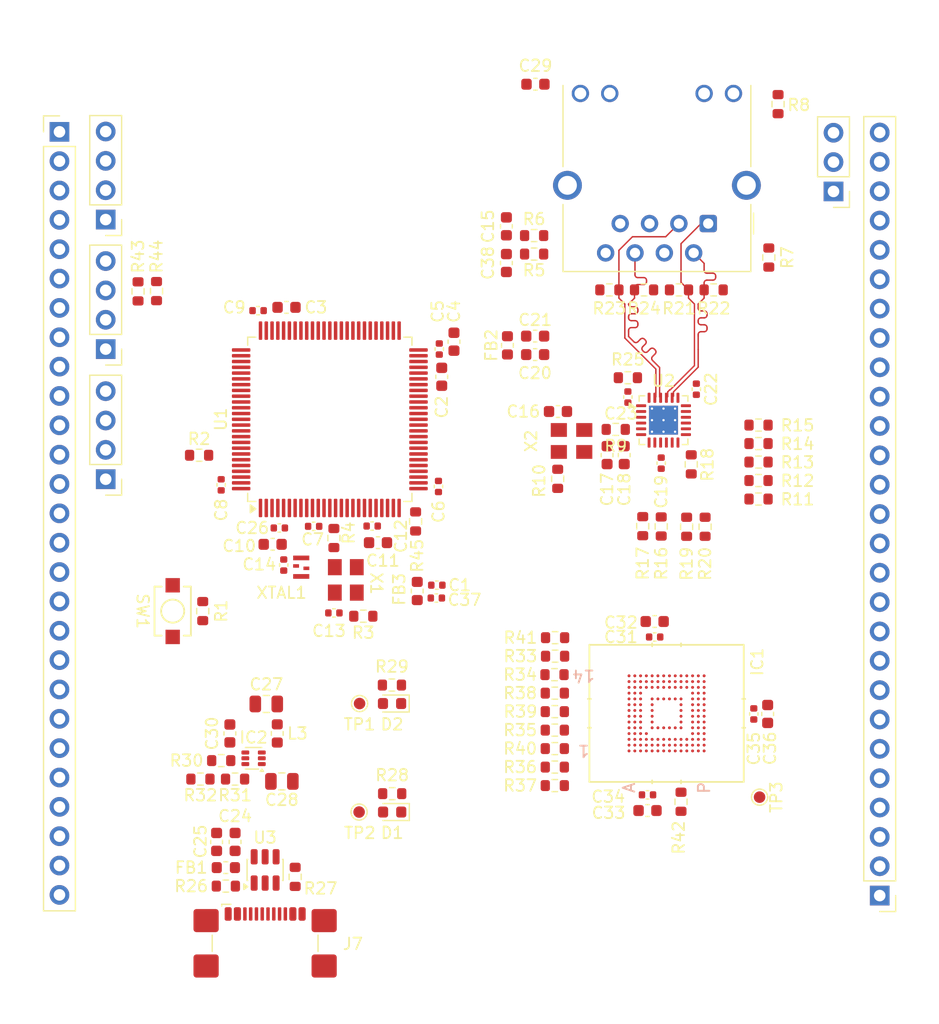
<source format=kicad_pcb>
(kicad_pcb (version 20241229) (generator "pcbnew") (generator_version "9.0")
  (layers (0 "F.Cu" signal) (4 "In1.Cu" signal) (6 "In2.Cu" signal) (2 "B.Cu" signal) (13 "F.Paste" user) (15 "B.Paste" user) (5 "F.SilkS" user "F.Silkscreen") (7 "B.SilkS" user "B.Silkscreen") (1 "F.Mask" user) (3 "B.Mask" user) (25 "Edge.Cuts" user))
  (net 0 "")
  (net 1 "+3V3")
  (net 2 "GND")
  (net 3 "/MCU/VCAP1")
  (net 4 "/MCU/VCAP2")
  (net 5 "Net-(C15-Pad1)")
  (net 6 "VBUS")
  (net 7 "/POWER & USB/VBUS_FILTERED")
  (net 8 "Net-(IC1-VCC_1)")
  (net 9 "Net-(IC1-VDDIM)")
  (net 10 "Net-(IC1-VCCQ_1)")
  (net 11 "Net-(D1-K)")
  (net 12 "Net-(D2-K)")
  (net 25 "/EMMC/MMC_D7")
  (net 27 "/EMMC/CLK")
  (net 70 "/EMMC/MMC_D0")
  (net 83 "/EMMC/MMC_CMD")
  (net 86 "/EMMC/MMC_D4")
  (net 88 "Net-(IC1-DS)")
  (net 106 "/EMMC/MMC_D3")
  (net 108 "/EMMC/MMC_D5")
  (net 130 "/EMMC/MMC_D2")
  (net 135 "/EMMC/MMC_D1")
  (net 140 "/EMMC/MMC_D6")
  (net 145 "/I2C_SDA")
  (net 146 "/I2C_SDL")
  (net 147 "/USART_RX")
  (net 148 "/USART_TX")
  (net 149 "/SPI_MISO")
  (net 150 "/SPI_MOSI")
  (net 151 "/SPI_SCK")
  (net 152 "/SWDIO")
  (net 153 "/SWCLK")
  (net 156 "/POWER & USB/D+")
  (net 157 "/POWER & USB/USB_CC2")
  (net 158 "/POWER & USB/USB_CC1")
  (net 163 "/POWER & USB/D-")
  (net 164 "/ETH/TX-")
  (net 165 "/ETH/RX-")
  (net 166 "/ETH/RX+")
  (net 167 "/ETH/TX+")
  (net 168 "/ETH/RMII_RXD0")
  (net 169 "/ETH/RMII_RXD1")
  (net 170 "/ETH/RMII_CRS_DV")
  (net 171 "/ETH/ETH_REFCLK")
  (net 172 "/ETH/RMII_MDIO")
  (net 173 "/ETH/NRST")
  (net 174 "Net-(X2-OUT)")
  (net 175 "/ETH/XTAL1")
  (net 176 "/MCU/HSE_OSC_IN")
  (net 177 "/MCU/USB_D-")
  (net 178 "/ETH/RMII_TXD0")
  (net 179 "/ETH/RMII_TXD1")
  (net 180 "/ETH/RMII_MDC")
  (net 181 "/MCU/USB_D+")
  (net 182 "/ETH/RMII_TX_EN")
  (net 183 "/MCU/LSE_OSC_IN")
  (net 186 "Net-(J8-MDI1-)")
  (net 187 "Net-(J8-MDI3+)")
  (net 188 "/MCU/VDDA")
  (net 189 "/MCU/VREF+")
  (net 190 "+3.3VA")
  (net 191 "/ETH/OE")
  (net 192 "/ETH/LED2_IN")
  (net 193 "/ETH/LED1_IN")
  (net 194 "/ETH/LED1_OUT")
  (net 195 "/ETH/LED2_OUT")
  (net 196 "/MCU/HSE_OE")
  (net 197 "Net-(U1-PH0)")
  (net 198 "/POWER & USB/BST")
  (net 199 "/POWER & USB/SW")
  (net 200 "/POWER & USB/FB")
  (net 201 "/POWER & USB/EN")
  (net 202 "Net-(C38-Pad1)")
  (net 203 "/ETH/RBIAS")
  (net 204 "/ETH/RXD0_IN")
  (net 205 "/ETH/RXD1_IN")
  (net 206 "/ETH/CRS_DV_IN")
  (net 207 "/ETH/REFCLK_IN")
  (net 208 "/ETH/RXER_IN")
  (net 209 "/MCU/BOOT")
  (net 210 "/MCU/PA10")
  (net 211 "/MCU/PE15")
  (net 212 "/MCU/PD10")
  (net 213 "/MCU/PD12")
  (net 214 "/MCU/PD6")
  (net 215 "/MCU/PB10")
  (net 216 "/MCU/PD3")
  (net 217 "/MCU/PB5")
  (net 218 "/MCU/PA15")
  (net 219 "/MCU/PD5")
  (net 220 "/MCU/PE0")
  (net 221 "/MCU/PD9")
  (net 222 "/MCU/PD0")
  (net 223 "/MCU/PD1")
  (net 224 "/MCU/PE14")
  (net 225 "/MCU/PD11")
  (net 226 "/MCU/PD14")
  (net 227 "/MCU/PA9")
  (net 228 "/MCU/PD4")
  (net 229 "/MCU/PD8")
  (net 230 "/MCU/PE13")
  (net 231 "/MCU/PE1")
  (net 232 "/MCU/PA8")
  (net 233 "/MCU/PD13")
  (net 234 "/MCU/PD15")
  (net 235 "/MCU/PE10")
  (net 236 "/MCU/PE4")
  (net 237 "/MCU/PC3")
  (net 238 "/MCU/PA5")
  (net 239 "/MCU/PH1")
  (net 240 "/MCU/PC2")
  (net 241 "/MCU/PE3")
  (net 242 "/MCU/PA0")
  (net 243 "/MCU/PE8")
  (net 244 "/MCU/PE2")
  (net 245 "/MCU/PE6")
  (net 246 "/MCU/PB1")
  (net 247 "/MCU/PB2")
  (net 248 "/MCU/PC0")
  (net 249 "/MCU/PC15")
  (net 250 "/MCU/PC13")
  (net 251 "/MCU/PE9")
  (net 252 "/MCU/PA4")
  (net 253 "/MCU/PE7")
  (net 254 "/MCU/PB0")
  (net 255 "/MCU/PE11")
  (net 256 "/MCU/PE12")
  (net 257 "/MCU/PE5")
  (net 258 "/MCU/PA3")
  (net 259 "/MCU/PA6")
  (net 260 "Net-(U2-VDDCR)")
  (footprint "Capacitor_SMD:C_0402_1005Metric" (layer "F.Cu") (at 85.412334 97.214368 -90)
    (property "Reference" "C14")
    (property "Value" "100n")
  )
  (footprint "Resistor_SMD:R_0603_1608Metric" (layer "F.Cu") (at 119.625 73.4)
    (property "Reference" "R21")
    (property "Value" "49.9")
  )
  (footprint "Inductor_SMD:L_0603_1608Metric" (layer "F.Cu") (at 96.966043 99.458926 -90)
    (property "Reference" "FB3")
    (property "Value" "120R@100MHz")
  )
  (footprint "Capacitor_SMD:C_0402_1005Metric" (layer "F.Cu") (at 98.875231 78.518882 -90)
    (property "Reference" "C5")
    (property "Value" "100n")
  )
  (footprint "Inductor_SMD:L_0603_1608Metric" (layer "F.Cu") (at 80.4 123.4)
    (property "Reference" "FB1")
    (property "Value" "200R@100MHz")
  )
  (footprint "Resistor_SMD:R_0603_1608Metric" (layer "F.Cu") (at 108.874999 111.500001)
    (property "Reference" "R35")
    (property "Value" "50k")
  )
  (footprint "Resistor_SMD:R_0603_1608Metric" (layer "F.Cu") (at 108.874999 116.3)
    (property "Reference" "R37")
    (property "Value" "50k")
  )
  (footprint "Inductor_SMD:L_0603_1608Metric" (layer "F.Cu") (at 84.85 111.7875 -90)
    (property "Reference" "L3")
    (property "Value" "1.2u")
  )
  (footprint "Connector_PinHeader_2.54mm:PinHeader_1x27_P2.54mm_Vertical" (layer "F.Cu") (at 66 59.720001)
    (property "Reference" "J6")
    (property "Value" "Conn_01x27")
  )
  (footprint "Resistor_SMD:R_0603_1608Metric" (layer "F.Cu") (at 86.400001 124.2 -90)
    (property "Reference" "R27")
    (property "Value" "5.1k")
  )
  (footprint "Connector_RJ:RJ45_Hanrun_HR911105A_Horizontal" (layer "F.Cu") (at 122.155 67.659999 180)
    (property "Reference" "J8")
    (property "Value" "RJ45_Hanrun_HR911105A_Horizontal")
  )
  (footprint "Resistor_SMD:R_0603_1608Metric" (layer "F.Cu") (at 114.15 85.475 180)
    (property "Reference" "R9")
    (property "Value" "33")
  )
  (footprint "Connector_PinHeader_2.54mm:PinHeader_1x03_P2.54mm_Vertical" (layer "F.Cu") (at 133 64.879999 180)
    (property "Reference" "J2")
    (property "Value" "Conn_01x03")
  )
  (footprint "Resistor_SMD:R_0603_1608Metric" (layer "F.Cu") (at 107.085001 68.7)
    (property "Reference" "R6")
    (property "Value" "75")
  )
  (footprint "Connector_PinHeader_2.54mm:PinHeader_1x04_P2.54mm_Vertical" (layer "F.Cu") (at 70 67.314404 180)
    (property "Reference" "J4")
    (property "Value" "Conn_01x04")
  )
  (footprint "Resistor_SMD:R_0603_1608Metric" (layer "F.Cu") (at 108.899999 105.100002)
    (property "Reference" "R33")
    (property "Value" "50k")
  )
  (footprint "Capacitor_SMD:C_0603_1608Metric" (layer "F.Cu") (at 80.75 111.7875 -90)
    (property "Reference" "C30")
    (property "Value" "100n")
  )
  (footprint "Capacitor_SMD:C_0402_1005Metric" (layer "F.Cu") (at 126.100001 110.099999 -90)
    (property "Reference" "C35")
    (property "Value" "100n")
  )
  (footprint "Capacitor_SMD:C_0603_1608Metric" (layer "F.Cu") (at 107.175 79 180)
    (property "Reference" "C20")
    (property "Value" "10u")
  )
  (footprint "Capacitor_SMD:C_0402_1005Metric" (layer "F.Cu") (at 89.753553 101.358431)
    (property "Reference" "C13")
    (property "Value" "100n")
  )
  (footprint "LRILibrary_Footprints:XTAL4_SiT1533_SIT" (layer "F.Cu") (at 86.925126 97.398633 90)
    (property "Reference" "XTAL1")
    (property "Value" "SIT1533AI-H4-DCC-32.768E")
  )
  (footprint "Capacitor_SMD:C_0603_1608Metric" (layer "F.Cu") (at 107.175 77.4 180)
    (property "Reference" "C21")
    (property "Value" "10u")
  )
  (footprint "Capacitor_SMD:C_0603_1608Metric" (layer "F.Cu") (at 85.652334 74.912637)
    (property "Reference" "C3")
    (property "Value" "2.2u")
  )
  (footprint "Resistor_SMD:R_0603_1608Metric" (layer "F.Cu") (at 115.2 81 180)
    (property "Reference" "R25")
    (property "Value" "12k1")
  )
  (footprint "Capacitor_SMD:C_0603_1608Metric" (layer "F.Cu") (at 109.15 83.925)
    (property "Reference" "C16")
    (property "Value" "100n")
  )
  (footprint "Connector_PinHeader_2.54mm:PinHeader_1x04_P2.54mm_Vertical" (layer "F.Cu") (at 70 89.784403 180)
    (property "Reference" "J3")
    (property "Value" "Conn_01x04")
  )
  (footprint "Resistor_SMD:R_0603_1608Metric" (layer "F.Cu") (at 107.085001 70.3)
    (property "Reference" "R5")
    (property "Value" "75")
  )
  (footprint "Resistor_SMD:R_0603_1608Metric" (layer "F.Cu") (at 94.8 117 180)
    (property "Reference" "R28")
    (property "Value" "634")
  )
  (footprint "Capacitor_SMD:C_0603_1608Metric" (layer "F.Cu") (at 99.087363 80.920228 -90)
    (property "Reference" "C2")
    (property "Value" "2.2u")
  )
  (footprint "LED_SMD:LED_0603_1608Metric" (layer "F.Cu") (at 94.797498 118.590001 180)
    (property "Reference" "D1")
    (property "Value" "Red 5mA")
  )
  (footprint "Capacitor_SMD:C_0603_1608Metric" (layer "F.Cu") (at 127.3 110.1 -90)
    (property "Reference" "C36")
    (property "Value" "2.2u")
  )
  (footprint "Capacitor_SMD:C_0402_1005Metric" (layer "F.Cu") (at 98.80452 90.413251 -90)
    (property "Reference" "C6")
    (property "Value" "100n")
  )
  (footprint "Capacitor_SMD:C_0402_1005Metric" (layer "F.Cu") (at 83.192435 75.19548)
    (property "Reference" "C9")
    (property "Value" "100n")
  )
  (footprint "Resistor_SMD:R_0603_1608Metric" (layer "F.Cu") (at 108.899999 103.500001)
    (property "Reference" "R41")
    (property "Value" "10k")
  )
  (footprint "Resistor_SMD:R_0603_1608Metric" (layer "F.Cu") (at 78.086292 87.71127)
    (property "Reference" "R2")
    (property "Value" "10k")
  )
  (footprint "Resistor_SMD:R_0603_1608Metric" (layer "F.Cu") (at 80 114.1375)
    (property "Reference" "R30")
    (property "Value" "100k")
  )
  (footprint "LRILibrary_Footprints:VFBGA153_11p5X13p0X1p0_CN_MRN" (layer "F.Cu") (at 118.55 110.05 90)
    (property "Reference" "IC1")
    (property "Value" "MTFC8GAKAJCN-1M_WT")
  )
  (footprint "Capacitor_SMD:C_0402_1005Metric" (layer "F.Cu") (at 93.06688 93.838048 180)
    (property "Reference" "C12")
    (property "Value" "100n")
  )
  (footprint "Resistor_SMD:R_0603_1608Metric" (layer "F.Cu") (at 80.399999 125)
    (property "Reference" "R26")
    (property "Value" "5.1k")
  )
  (footprint "Resistor_SMD:R_0603_1608Metric" (layer "F.Cu") (at 108.875 109.900001)
    (property "Reference" "R39")
    (property "Value" "50k")
  )
  (footprint "Capacitor_SMD:C_0402_1005Metric" (layer "F.Cu") (at 121.125 81.995 -90)
    (property "Reference" "C22")
    (property "Value" "100n")
  )
  (footprint "Resistor_SMD:R_0603_1608Metric" (layer "F.Cu") (at 96.824621 93.438835 90)
    (property "Reference" "R45")
    (property "Value" "47")
  )
  (footprint "Resistor_SMD:R_0603_1608Metric" (layer "F.Cu") (at 119.800001 117.699999 -90)
    (property "Reference" "R42")
    (property "Value" "10k")
  )
  (footprint "Package_TO_SOT_SMD:SOT-563" (layer "F.Cu") (at 82.8 113.9375 180)
    (property "Reference" "IC2")
    (property "Value" "TPS561246DRLR")
  )
  (footprint "Resistor_SMD:R_0603_1608Metric" (layer "F.Cu") (at 120.285 93.9 90)
    (property "Reference" "R19")
    (property "Value" "33")
  )
  (footprint "Capacitor_SMD:C_0603_1608Metric" (layer "F.Cu") (at 104.685 71.075 -90)
    (property "Reference" "C38")
    (property "Value" "1n")
  )
  (footprint "Resistor_SMD:R_0603_1608Metric" (layer "F.Cu") (at 127.4 70.6 -90)
    (property "Reference" "R7")
    (property "Value" "270")
  )
  (footprint "Package_TO_SOT_SMD:SOT-23-6" (layer "F.Cu") (at 83.8 123.6 90)
    (property "Reference" "U3")
    (property "Value" "USBLC6-2SC6")
  )
  (footprint "Resistor_SMD:R_0603_1608Metric" (layer "F.Cu") (at 128.2 57.325 -90)
    (property "Reference" "R8")
    (property "Value" "270")
  )
  (footprint "Capacitor_SMD:C_0603_1608Metric" (layer "F.Cu") (at 79.6 121.175001 90)
    (property "Reference" "C25")
    (property "Value" "100n")
  )
  (footprint "Capacitor_SMD:C_0603_1608Metric" (layer "F.Cu") (at 93.57193 95.277312 180)
    (property "Reference" "C11")
    (property "Value" "1u")
  )
  (footprint "Resistor_SMD:R_0603_1608Metric" (layer "F.Cu") (at 78.2 115.7375)
    (property "Reference" "R32")
    (property "Value" "100k")
  )
  (footprint "TestPoint:TestPoint_Pad_D1.0mm" (layer "F.Cu") (at 91.975 109.2)
    (property "Reference" "TP1")
    (property "Value" "TestPoint")
  )
  (footprint "Capacitor_SMD:C_0402_1005Metric" (layer "F.Cu") (at 116.900002 117.1)
    (property "Reference" "C34")
    (property "Value" "100n")
  )
  (footprint "Resistor_SMD:R_0603_1608Metric" (layer "F.Cu") (at 122.625 73.4 180)
    (property "Reference" "R22")
    (property "Value" "49.9")
  )
  (footprint "Resistor_SMD:R_0603_1608Metric" (layer "F.Cu") (at 116.485 93.85 90)
    (property "Reference" "R17")
    (property "Value" "33")
  )
  (footprint "Resistor_SMD:R_0603_1608Metric" (layer "F.Cu") (at 126.51 88.3 180)
    (property "Reference" "R13")
    (property "Value" "10k")
  )
  (footprint "Resistor_SMD:R_0603_1608Metric" (layer "F.Cu") (at 89.753553 94.876577 90)
    (property "Reference" "R4")
    (property "Value" "33")
  )
  (footprint "Resistor_SMD:R_0603_1608Metric" (layer "F.Cu") (at 113.6 73.4)
    (property "Reference" "R23")
    (property "Value" "49.9")
  )
  (footprint "LRILibrary_Footprints:SW_TS-1088_XNP" (layer "F.Cu") (at 75.8 101.2 -90)
    (property "Reference" "SW1")
    (property "Value" "SW_Push")
  )
  (footprint "Connector_PinHeader_2.54mm:PinHeader_1x04_P2.54mm_Vertical" (layer "F.Cu") (at 70 78.524404 180)
    (property "Reference" "J1")
    (property "Value" "Conn_01x04")
  )
  (footprint "Capacitor_SMD:C_0402_1005Metric" (layer "F.Cu") (at 98.663099 98.954268)
    (property "Reference" "C1")
    (property "Value" "100n")
  )
  (footprint "Capacitor_SMD:C_0402_1005Metric" (layer "F.Cu") (at 98.620256 100.067454)
    (property "Reference" "C37")
    (property "Value" "100n")
  )
  (footprint "Resistor_SMD:R_0603_1608Metric" (layer "F.Cu") (at 116.6 73.4 180)
    (property "Reference" "R24")
    (property "Value" "49.9")
  )
  (footprint "Capacitor_SMD:C_0603_1608Metric" (layer "F.Cu") (at 114.885 87.699999 90)
    (property "Reference" "C18")
    (property "Value" "1u")
  )
  (footprint "Package_QFP:LQFP-100_14x14mm_P0.5mm" (layer "F.Cu") (at 89.4 84.6 90)
    (property "Reference" "U1")
    (property "Value" "STM32H723VET6")
  )
  (footprint "Capacitor_SMD:C_0603_1608Metric" (layer "F.Cu") (at 117.52 102.1)
    (property "Reference" "C32")
    (property "Value" "2.2u")
  )
  (footprint "Resistor_SMD:R_0603_1608Metric" (layer "F.Cu") (at 74.4 73.504404 -90)
    (property "Reference" "R44")
    (property "Value" "1k5")
  )
  (footprint "Capacitor_SMD:C_0402_1005Metric" (layer "F.Cu") (at 85.030913 94.00452 180)
    (property "Reference" "C26")
    (property "Value" "100n")
  )
  (footprint "Capacitor_SMD:C_0402_1005Metric" (layer "F.Cu") (at 117.52 103.44)
    (property "Reference" "C31")
    (property "Value" "100n")
  )
  (footprint "Package_DFN_QFN:VQFN-24-1EP_4x4mm_P0.5mm_EP2.5x2.5mm_ThermalVias" (layer "F.Cu") (at 118.285 84.674999)
    (property "Reference" "U2")
    (property "Value" "LAN8742A")
  )
  (footprint "Capacitor_SMD:C_0603_1608Metric" (layer "F.Cu") (at 107.2 55.6 180)
    (property "Reference" "C29")
    (property "Value" "22n")
  )
  (footprint "Resistor_SMD:R_0603_1608Metric" (layer "F.Cu") (at 126.51 89.9 180)
    (property "Reference" "R12")
    (property "Value" "10k")
  )
  (footprint "Resistor_SMD:R_0603_1608Metric" (layer "F.Cu") (at 109.125 89.75 -90)
    (property "Reference" "R10")
    (property "Value" "1k")
  )
  (footprint "Capacitor_SMD:C_0603_1608Metric" (layer "F.Cu") (at 104.685 67.9 90)
    (property "Reference" "C15")
    (property "Value" "1n")
  )
  (footprint "Capacitor_SMD:C_0603_1608Metric" (layer "F.Cu") (at 116.9 118.460002)
    (property "Reference" "C33")
    (property "Value" "1u")
  )
  (footprint "Resistor_SMD:R_0603_1608Metric" (layer "F.Cu") (at 126.51 85.1 180)
    (property "Reference" "R15")
    (property "Value" "10k")
  )
  (footprint "Capacitor_SMD:C_0402_1005Metric" (layer "F.Cu") (at 118.085 88.395 90)
    (property "Reference" "C19")
    (property "Value" "100n")
  )
  (footprint "TestPoint:TestPoint_Pad_D1.0mm" (layer "F.Cu") (at 126.6 117.300001 -90)
    (property "Reference" "TP3")
    (property "Value" "TestPoint")
  )
  (footprint "Resistor_SMD:R_0603_1608Metric" (layer "F.Cu") (at 108.875 108.300001)
    (property "Reference" "R38")
    (property "Value" "50k")
  )
  (footprint "Resistor_SMD:R_0603_1608Metric" (layer "F.Cu") (at 121.885 93.9 90)
    (property "Reference" "R20")
    (property "Value" "33")
  )
  (footprint "MountingHole:MountingHole_2.2mm_M2" (layer "F.Cu") (at 137 131.5)
    (property "Reference" "H4")
    (property "Value" "MountingHole")
  )
  (footprint "Resistor_SMD:R_0603_1608Metric" (layer "F.Cu") (at 126.51 91.5 180)
    (property "Reference" "R11")
    (property "Value" "10k")
  )
  (footprint "MountingHole:MountingHole_2.2mm_M2" (layer "F.Cu") (at 66 54.5)
    (property "Reference" "H1")
    (property "Value" "MountingHole")
  )
  (footprint "Resistor_SMD:R_0603_1608Metric" (layer "F.Cu") (at 126.51 86.7 180)
    (property "Reference" "R14")
    (property "Value" "1k5")
  )
  (footprint "Resistor_SMD:R_0603_1608Metric" (layer "F.Cu") (at 92.299138 101.641273 180)
    (property "Reference" "R3")
    (property "Value" "1k")
  )
  (footprint "MountingHole:MountingHole_2.2mm_M2" (layer "F.Cu") (at 66 131.5)
    (property "Reference" "H3")
    (property "Value" "MountingHole")
  )
  (footprint "Capacitor_SMD:C_0603_1608Metric" (layer "F.Cu") (at 81.199999 121.175 90)
    (property "Reference" "C24")
    (property "Value" "10u")
  )
  (footprint "Capacitor_SMD:C_0805_2012Metric" (layer "F.Cu") (at 85.250001 115.937499)
    (property "Reference" "C28")
    (property "Value" "10u")
  )
  (footprint "Capacitor_SMD:C_0603_1608Metric" (layer "F.Cu") (at 113.4 87.7 90)
    (property "Reference" "C17")
    (property "Value" "470p")
  )
  (footprint "Resistor_SMD:R_0603_1608Metric" (layer "F.Cu") (at 108.849999 106.699999)
    (property "Reference" "R34")
    (property "Value" "50k")
  )
  (footprint "Resistor_SMD:R_0603_1608Metric" (layer "F.Cu") (at 120.685 88.5 90)
    (property "Reference" "R18")
    (property "Value" "10k")
  )
  (footprint "Resistor_SMD:R_0603_1608Metric" (layer "F.Cu") (at 94.774999 107.6 180)
    (property "Reference" "R29")
    (property "Value" "634")
  )
  (footprint "Capacitor_SMD:C_0402_1005Metric" (layer "F.Cu") (at 88.000762 93.863099 180)
    (property "Reference" "C7")
    (property "Value" "100n")
  )
  (footprint "Resistor_SMD:R_0603_1608Metric" (layer "F.Cu") (at 118.085 93.875 90)
    (property "Reference" "R16")
    (property "Value" "33")
  )
  (footprint "MountingHole:MountingHole_2.2mm_M2" (layer "F.Cu") (at 137 54.5)
    (property "Reference" "H2")
    (property "Value" "MountingHole")
  )
  (footprint "LRILibrary_Footprints:SON4_SIT8008BI_3.2x2.5_SIT" (layer "F.Cu") (at 110.325 86.475001 90)
    (property "Reference" "X2")
    (property "Value" "SIT8008BI-22-33E-25.000000")
  )
  (footprint "Capacitor_SMD:C_0805_2012Metric" (layer "F.Cu") (at 83.9 109.2375 180)
    (property "Reference" "C27")
    (property "Value" "22u")
  )
  (footprint "Connector_PinHeader_2.54mm:PinHeader_1x27_P2.54mm_Vertical" (layer "F.Cu") (at 137 125.82 180)
    (property "Reference" "J5")
    (property "Value" "Conn_01x27")
  )
  (footprint "Resistor_SMD:R_0603_1608Metric" (layer "F.Cu") (at 81.2 115.7375)
    (property "Reference" "R31")
    (property "Value" "22.1k")
  )
  (footprint "Connector_USB:USB_C_Receptacle_GCT_USB4110" (layer "F.Cu") (at 83.8 131.09)
    (property "Reference" "J7")
    (property "Value" "USB_C_Receptacle_USB2.0_16P")
  )
  (footprint "Capacitor_SMD:C_0402_1005Metric" (layer "F.Cu") (at 115.2 82.675 -90)
    (property "Reference" "C23")
    (property "Value" "100n")
  )
  (footprint "Resistor_SMD:R_0603_1608Metric" (layer "F.Cu") (at 108.874999 114.7)
    (property "Reference" "R36")
    (property "Value" "50k")
  )
  (footprint "Resistor_SMD:R_0603_1608Metric" (layer "F.Cu") (at 108.875 113.1)
    (property "Reference" "R40")
    (property "Value" "50k")
  )
  (footprint "LRILibrary_Footprints:SON4_SIT8008BI_3.2x2.5_SIT" (layer "F.Cu") (at 90.783451 98.498633 180)
    (property "Reference" "X1")
    (property "Value" "SIT8008BI-22-33E-25.000000")
  )
  (footprint "TestPoint:TestPoint_Pad_D1.0mm" (layer "F.Cu") (at 91.935 118.59 90)
    (property "Reference" "TP2")
    (property "Value" "TestPoint")
  )
  (footprint "Capacitor_SMD:C_0603_1608Metric" (layer "F.Cu") (at 100.148023 77.885303 -90)
    (property "Reference" "C4")
    (property "Value" "4.7u")
  )
  (footprint "Resistor_SMD:R_0603_1608Metric" (layer "F.Cu") (at 78.400001 101.2 90)
    (property "Reference" "R1")
    (property "Value" "10k")
  )
  (footprint "Inductor_SMD:L_0603_1608Metric" (layer "F.Cu") (at 104.775 78.2 90)
    (property "Reference" "FB2")
    (property "Value" "600R@100MHz")
  )
  (footprint "Capacitor_SMD:C_0603_1608Metric" (layer "F.Cu") (at 84.45307 95.418734 180)
    (property "Reference" "C10")
    (property "Value" "1u")
  )
  (footprint "Resistor_SMD:R_0603_1608Metric" (layer "F.Cu") (at 72.8 73.529404 -90)
    (property "Reference" "R43")
    (property "Value" "1k5")
  )
  (footprint "LED_SMD:LED_0603_1608Metric" (layer "F.Cu") (at 94.7875 109.199999 180)
    (property "Reference" "D2")
    (property "Value" "Red 5mA")
  )
  (footprint "Capacitor_SMD:C_0402_1005Metric" (layer "F.Cu") (at 79.99548 90.271829 90)
    (property "Reference" "C8")
    (property "Value" "100n")
  )
  (segment (start 122.052048 76.659269) (end 122.052048 76.779269) (width 0.1217) (layer "F.Cu") (net 164))
  (segment (start 121.28745 78.562589) (end 121.28745 80.087117) (width 0.1217) (layer "F.Cu") (net 164))
  (segment (start 122.8 72.195987) (end 122.8 72.315987) (width 0.1217) (layer "F.Cu") (net 164))
  (segment (start 121.8 73.4) (end 121.8 74.112501) (width 0.1217) (layer "F.Cu") (net 164))
  (segment (start 122.052048 75.459269) (end 122.052048 75.579269) (width 0.1217) (layer "F.Cu") (net 164))
  (segment (start 121.52745 75.219269) (end 121.812048 75.219269) (width 0.1217) (layer "F.Cu") (net 164))
  (segment (start 121.812048 75.819269) (end 121.52745 75.819269) (width 0.1217) (layer "F.Cu") (net 164))
  (segment (start 121.812048 77.019269) (end 121.52745 77.019269) (width 0.1217) (layer "F.Cu") (net 164))
  (segment (start 121.28745 76.059269) (end 121.28745 76.179269) (width 0.1217) (layer "F.Cu") (net 164))
  (segment (start 121.8 72.795987) (end 121.8 72.915987) (width 0.1217) (layer "F.Cu") (net 164))
  (segment (start 122.04 71.955987) (end 122.56 71.955987) (width 0.1217) (layer "F.Cu") (net 164))
  (segment (start 121.28745 80.087117) (end 119.14815 82.226417) (width 0.1217) (layer "F.Cu") (net 164))
  (segment (start 121.28745 77.379269) (end 121.28745 78.562589) (width 0.1217) (layer "F.Cu") (net 164))
  (segment (start 121.8 71.104999) (end 121.8 71.715987) (width 0.1217) (layer "F.Cu") (net 164))
  (segment (start 119.14815 82.583827) (end 119.035 82.696977) (width 0.1217) (layer "F.Cu") (net 164))
  (segment (start 121.28745 77.259269) (end 121.28745 77.379269) (width 0.1217) (layer "F.Cu") (net 164))
  (segment (start 120.895 70.199999) (end 121.8 71.104999) (width 0.1217) (layer "F.Cu") (net 164))
  (segment (start 122.56 72.555987) (end 122.04 72.555987) (width 0.1217) (layer "F.Cu") (net 164))
  (segment (start 119.035 82.696977) (end 119.035 82.7375) (width 0.1217) (layer "F.Cu") (net 164))
  (segment (start 121.8 72.915987) (end 121.8 73.4) (width 0.1217) (layer "F.Cu") (net 164))
  (segment (start 121.52745 76.419269) (end 121.812048 76.419269) (width 0.1217) (layer "F.Cu") (net 164))
  (segment (start 121.28745 74.625051) (end 121.28745 74.979269) (width 0.1217) (layer "F.Cu") (net 164))
  (segment (start 119.14815 82.226417) (end 119.14815 82.583827) (width 0.1217) (layer "F.Cu") (net 164))
  (segment (start 121.8 74.112501) (end 121.28745 74.625051) (width 0.1217) (layer "F.Cu") (net 164))
  (arc (start 122.052048 75.579269) (mid 121.981754 75.748975) (end 121.812048 75.819269) (width 0.1217) (layer "F.Cu") (net 164))
  (arc (start 121.812048 76.419269) (mid 121.981754 76.489563) (end 122.052048 76.659269) (width 0.1217) (layer "F.Cu") (net 164))
  (arc (start 122.56 71.955987) (mid 122.729706 72.026281) (end 122.8 72.195987) (width 0.1217) (layer "F.Cu") (net 164))
  (arc (start 122.04 72.555987) (mid 121.870294 72.626281) (end 121.8 72.795987) (width 0.1217) (layer "F.Cu") (net 164))
  (arc (start 121.52745 77.019269) (mid 121.357744 77.089563) (end 121.28745 77.259269) (width 0.1217) (layer "F.Cu") (net 164))
  (arc (start 121.8 71.715987) (mid 121.870294 71.885693) (end 122.04 71.955987) (width 0.1217) (layer "F.Cu") (net 164))
  (arc (start 121.28745 76.179269) (mid 121.357744 76.348975) (end 121.52745 76.419269) (width 0.1217) (layer "F.Cu") (net 164))
  (arc (start 122.052048 76.779269) (mid 121.981754 76.948975) (end 121.812048 77.019269) (width 0.1217) (layer "F.Cu") (net 164))
  (arc (start 121.812048 75.219269) (mid 121.981754 75.289563) (end 122.052048 75.459269) (width 0.1217) (layer "F.Cu") (net 164))
  (arc (start 121.28745 74.979269) (mid 121.357744 75.148975) (end 121.52745 75.219269) (width 0.1217) (layer "F.Cu") (net 164))
  (arc (start 121.52745 75.819269) (mid 121.357744 75.889563) (end 121.28745 76.059269) (width 0.1217) (layer "F.Cu") (net 164))
  (arc (start 122.8 72.315987) (mid 122.729706 72.485693) (end 122.56 72.555987) (width 0.1217) (layer "F.Cu") (net 164))
  (segment (start 115.815 73.36) (end 115.775 73.4) (width 0.1217) (layer "F.Cu") (net 165))
  (segment (start 115.815 73.175677) (end 115.815 73.295677) (width 0.1217) (layer "F.Cu") (net 165))
  (segment (start 117.947451 80.117711) (end 117.947451 82.649949) (width 0.1217) (layer "F.Cu") (net 165))
  (segment (start 115.50245 74.865051) (end 115.824646 74.865051) (width 0.1217) (layer "F.Cu") (net 165))
  (segment (start 115.26245 75.705051) (end 115.26245 75.825051) (width 0.1217) (layer "F.Cu") (net 165))
  (segment (start 115.815 73.295677) (end 115.815 73.36) (width 0.1217) (layer "F.Cu") (net 165))
  (segment (start 115.815 70.199999) (end 115.815 72.095677) (width 0.1217) (layer "F.Cu") (net 165))
  (segment (start 117.477229 78.513048) (end 117.562081 78.5979) (width 0.1217) (layer "F.Cu") (net 165))
  (segment (start 117.562081 78.937312) (end 117.33427 79.16512) (width 0.1217) (layer "F.Cu") (net 165))
  (segment (start 115.824621 76.665051) (end 115.50245 76.665051) (width 0.1217) (layer "F.Cu") (net 165))
  (segment (start 117.947451 82.649949) (end 118.035 82.737499) (width 0.1217) (layer "F.Cu") (net 165))
  (segment (start 116.064621 76.305051) (end 116.064621 76.425051) (width 0.1217) (layer "F.Cu") (net 165))
  (segment (start 115.26245 77.43271) (end 115.722069 77.892329) (width 0.1217) (layer "F.Cu") (net 165))
  (segment (start 116.055 72.335677) (end 116.575 72.335677) (width 0.1217) (layer "F.Cu") (net 165))
  (segment (start 115.50245 76.065051) (end 115.824621 76.065051) (width 0.1217) (layer "F.Cu") (net 165))
  (segment (start 115.775 73.4) (end 115.775 74.112501) (width 0.1217) (layer "F.Cu") (net 165))
  (segment (start 117.334271 79.504532) (end 117.419125 79.589385) (width 0.1217) (layer "F.Cu") (net 165))
  (segment (start 116.064646 75.105051) (end 116.064646 75.225051) (width 0.1217) (layer "F.Cu") (net 165))
  (segment (start 115.487687 74.399814) (end 115.26245 74.625051) (width 0.1217) (layer "F.Cu") (net 165))
  (segment (start 116.910009 78.740858) (end 117.137817 78.513047) (width 0.1217) (layer "F.Cu") (net 165))
  (segment (start 115.26245 77.025051) (end 115.26245 77.43271) (width 0.1217) (layer "F.Cu") (net 165))
  (segment (start 115.824646 75.465051) (end 115.50245 75.465051) (width 0.1217) (layer "F.Cu") (net 165))
  (segment (start 116.485743 78.656004) (end 116.570597 78.740857) (width 0.1217) (layer "F.Cu") (net 165))
  (segment (start 115.26245 76.905051) (end 115.26245 77.025051) (width 0.1217) (layer "F.Cu") (net 165))
  (segment (start 116.061481 77.89233) (end 116.289289 77.664519) (width 0.1217) (layer "F.Cu") (net 165))
  (segment (start 116.575 72.935677) (end 116.055 72.935677) (width 0.1217) (layer "F.Cu") (net 165))
  (segment (start 117.419125 79.589385) (end 117.947451 80.117711) (width 0.1217) (layer "F.Cu") (net 165))
  (segment (start 116.815 72.575677) (end 116.815 72.695677) (width 0.1217) (layer "F.Cu") (net 165))
  (segment (start 116.628701 77.66452) (end 116.713553 77.749372) (width 0.1217) (layer "F.Cu") (net 165))
  (segment (start 115.775 74.112501) (end 115.487687 74.399814) (width 0.1217) (layer "F.Cu") (net 165))
  (segment (start 116.713553 78.088784) (end 116.485742 78.316592) (width 0.1217) (layer "F.Cu") (net 165))
  (arc (start 116.064621 76.425051) (mid 115.994327 76.594757) (end 115.824621 76.665051) (width 0.1217) (layer "F.Cu") (net 165))
  (arc (start 116.713553 77.749372) (mid 116.783847 77.919077) (end 116.713553 78.088784) (width 0.1217) (layer "F.Cu") (net 165))
  (arc (start 115.50245 76.665051) (mid 115.332744 76.735345) (end 115.26245 76.905051) (width 0.1217) (layer "F.Cu") (net 165))
  (arc (start 116.064646 75.225051) (mid 115.994352 75.394757) (end 115.824646 75.465051) (width 0.1217) (layer "F.Cu") (net 165))
  (arc (start 115.26245 74.625051) (mid 115.332744 74.794757) (end 115.50245 74.865051) (width 0.1217) (layer "F.Cu") (net 165))
  (arc (start 115.722069 77.892329) (mid 115.891775 77.962623) (end 116.061481 77.89233) (width 0.1217) (layer "F.Cu") (net 165))
  (arc (start 116.815 72.695677) (mid 116.744706 72.865383) (end 116.575 72.935677) (width 0.1217) (layer "F.Cu") (net 165))
  (arc (start 115.824646 74.865051) (mid 115.994352 74.935345) (end 116.064646 75.105051) (width 0.1217) (layer "F.Cu") (net 165))
  (arc (start 116.575 72.335677) (mid 116.744706 72.405971) (end 116.815 72.575677) (width 0.1217) (layer "F.Cu") (net 165))
  (arc (start 115.815 72.095677) (mid 115.885294 72.265383) (end 116.055 72.335677) (width 0.1217) (layer "F.Cu") (net 165))
  (arc (start 115.50245 75.465051) (mid 115.332744 75.535345) (end 115.26245 75.705051) (width 0.1217) (layer "F.Cu") (net 165))
  (arc (start 115.26245 75.825051) (mid 115.332744 75.994757) (end 115.50245 76.065051) (width 0.1217) (layer "F.Cu") (net 165))
  (arc (start 116.485742 78.316592) (mid 116.415449 78.486298) (end 116.485743 78.656004) (width 0.1217) (layer "F.Cu") (net 165))
  (arc (start 116.570597 78.740857) (mid 116.740303 78.811151) (end 116.910009 78.740858) (width 0.1217) (layer "F.Cu") (net 165))
  (arc (start 116.055 72.935677) (mid 115.885294 73.005971) (end 115.815 73.175677) (width 0.1217) (layer "F.Cu") (net 165))
  (arc (start 116.289289 77.664519) (mid 116.458995 77.594226) (end 116.628701 77.66452) (width 0.1217) (layer "F.Cu") (net 165))
  (arc (start 115.824621 76.065051) (mid 115.994327 76.135345) (end 116.064621 76.305051) (width 0.1217) (layer "F.Cu") (net 165))
  (arc (start 117.33427 79.16512) (mid 117.263977 79.334826) (end 117.334271 79.504532) (width 0.1217) (layer "F.Cu") (net 165))
  (arc (start 117.562081 78.5979) (mid 117.632375 78.767605) (end 117.562081 78.937312) (width 0.1217) (layer "F.Cu") (net 165))
  (arc (start 117.137817 78.513047) (mid 117.307523 78.442754) (end 117.477229 78.513048) (width 0.1217) (layer "F.Cu") (net 165))
  (segment (start 117.622551 80.252291) (end 114.93755 77.56729) (width 0.1217) (layer "F.Cu") (net 166))
  (segment (start 117.535 82.7375) (end 117.622551 82.649949) (width 0.1217) (layer "F.Cu") (net 166))
  (segment (start 117.622551 82.649949) (end 117.622551 80.252291) (width 0.1217) (layer "F.Cu") (net 166))
  (segment (start 114.93755 77.56729) (end 114.93755 74.625051) (width 0.1217) (layer "F.Cu") (net 166))
  (segment (start 114.425 73.4) (end 114.425 69.975) (width 0.1217) (layer "F.Cu") (net 166))
  (segment (start 114.93755 74.625051) (end 114.425 74.112501) (width 0.1217) (layer "F.Cu") (net 166))
  (segment (start 114.425 74.112501) (end 114.425 73.4) (width 0.1217) (layer "F.Cu") (net 166))
  (segment (start 118.474999 68.8) (end 119.615 67.659999) (width 0.1217) (layer "F.Cu") (net 166))
  (segment (start 114.425 69.975) (end 115.6 68.8) (width 0.1217) (layer "F.Cu") (net 166))
  (segment (start 115.6 68.8) (end 118.474999 68.8) (width 0.1217) (layer "F.Cu") (net 166))
  (segment (start 120.96255 74.625051) (end 120.45 74.112501) (width 0.1217) (layer "F.Cu") (net 167))
  (segment (start 120.96255 79.952567) (end 120.96255 74.625051) (width 0.1217) (layer "F.Cu") (net 167))
  (segment (start 120.45 73.4) (end 119.8 72.75) (width 0.1217) (layer "F.Cu") (net 167))
  (segment (start 121.540001 67.659999) (end 122.155 67.659999) (width 0.1217) (layer "F.Cu") (net 167))
  (segment (start 118.876967 82.03815) (end 120.96255 79.952567) (width 0.1217) (layer "F.Cu") (net 167))
  (segment (start 118.64815 82.226418) (end 118.836418 82.03815) (width 0.1217) (layer "F.Cu") (net 167))
  (segment (start 120.45 74.112501) (end 120.45 73.4) (width 0.1217) (layer "F.Cu") (net 167))
  (segment (start 119.8 69.4) (end 121.540001 67.659999) (width 0.1217) (layer "F.Cu") (net 167))
  (segment (start 118.836418 82.03815) (end 118.876967 82.03815) (width 0.1217) (layer "F.Cu") (net 167))
  (segment (start 118.64815 82.624349) (end 118.64815 82.226418) (width 0.1217) (layer "F.Cu") (net 167))
  (segment (start 118.535 82.737499) (end 118.64815 82.624349) (width 0.1217) (layer "F.Cu") (net 167))
  (segment (start 119.8 72.75) (end 119.8 69.4) (width 0.1217) (layer "F.Cu") (net 167))
)
</source>
